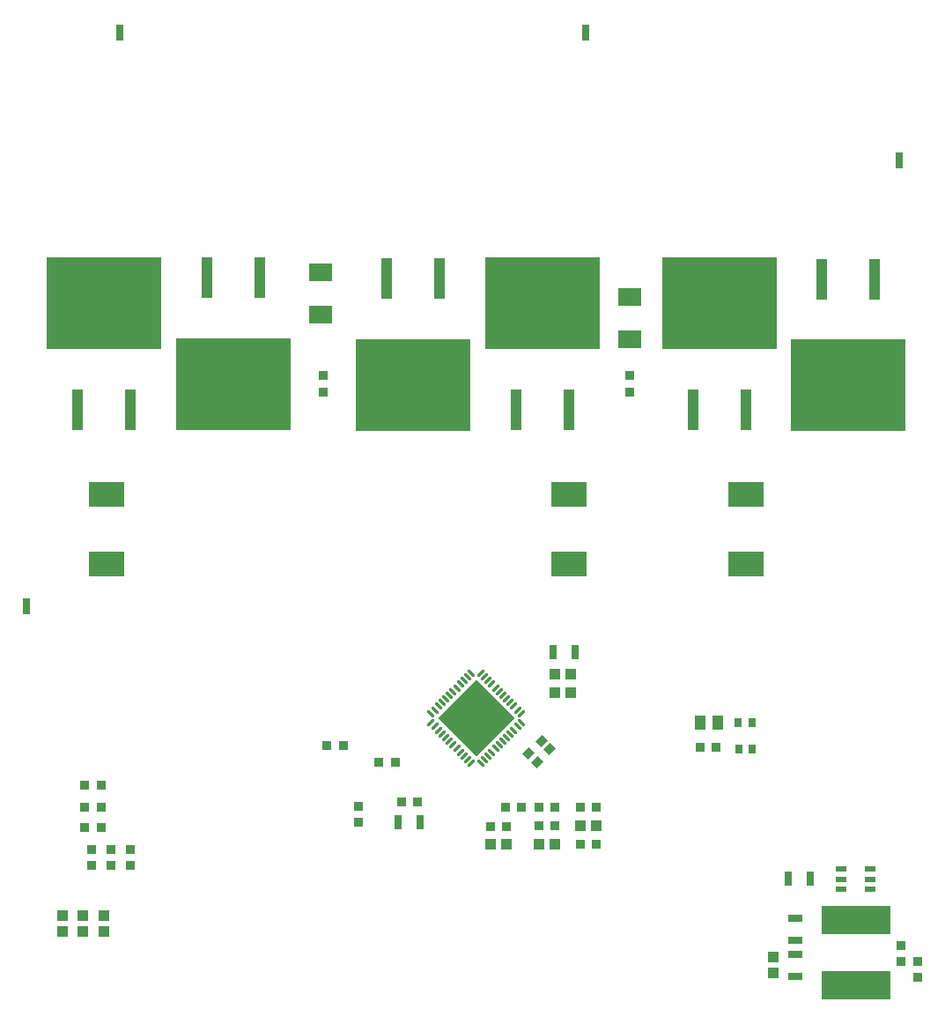
<source format=gbr>
%TF.GenerationSoftware,Altium Limited,Altium Designer,19.0.10 (269)*%
G04 Layer_Color=8421504*
%FSLAX26Y26*%
%MOIN*%
%TF.FileFunction,Paste,Top*%
%TF.Part,Single*%
G01*
G75*
%TA.AperFunction,SMDPad,CuDef*%
G04:AMPARAMS|DCode=10|XSize=33.465mil|YSize=31.496mil|CornerRadius=0mil|HoleSize=0mil|Usage=FLASHONLY|Rotation=225.000|XOffset=0mil|YOffset=0mil|HoleType=Round|Shape=Rectangle|*
%AMROTATEDRECTD10*
4,1,4,0.000696,0.022967,0.022967,0.000696,-0.000696,-0.022967,-0.022967,-0.000696,0.000696,0.022967,0.0*
%
%ADD10ROTATEDRECTD10*%

%ADD11R,0.085000X0.070000*%
%ADD12R,0.033465X0.035433*%
%ADD13R,0.031496X0.062992*%
%ADD14R,0.435039X0.350394*%
%ADD15R,0.041339X0.157480*%
%ADD16R,0.035433X0.033465*%
%ADD17R,0.135827X0.092520*%
%ADD18R,0.260630X0.107087*%
%ADD19R,0.039370X0.023622*%
%ADD20R,0.031496X0.055118*%
%ADD21R,0.055118X0.031496*%
%ADD22R,0.039370X0.039370*%
%ADD23R,0.031496X0.033465*%
%ADD24R,0.041339X0.053150*%
%ADD25R,0.039370X0.039370*%
%ADD26P,0.286740X4X270.0*%
G04:AMPARAMS|DCode=27|XSize=9.842mil|YSize=37.402mil|CornerRadius=0mil|HoleSize=0mil|Usage=FLASHONLY|Rotation=225.000|XOffset=0mil|YOffset=0mil|HoleType=Round|Shape=Round|*
%AMOVALD27*
21,1,0.027559,0.009842,0.000000,0.000000,315.0*
1,1,0.009842,-0.009744,0.009744*
1,1,0.009842,0.009744,-0.009744*
%
%ADD27OVALD27*%

G04:AMPARAMS|DCode=28|XSize=9.842mil|YSize=37.402mil|CornerRadius=0mil|HoleSize=0mil|Usage=FLASHONLY|Rotation=315.000|XOffset=0mil|YOffset=0mil|HoleType=Round|Shape=Round|*
%AMOVALD28*
21,1,0.027559,0.009842,0.000000,0.000000,45.0*
1,1,0.009842,-0.009744,-0.009744*
1,1,0.009842,0.009744,0.009744*
%
%ADD28OVALD28*%

D10*
X231095Y-881095D02*
D03*
X198858Y-848858D02*
D03*
X279095Y-832379D02*
D03*
X246858Y-800141D02*
D03*
D11*
X-588000Y971000D02*
D03*
Y811000D02*
D03*
X580000Y880000D02*
D03*
Y720000D02*
D03*
D12*
X-564024Y-817000D02*
D03*
X-503000D02*
D03*
X846488Y-825000D02*
D03*
X907512D02*
D03*
X171512Y-1050000D02*
D03*
X110488D02*
D03*
X53488Y-1125097D02*
D03*
X114511D02*
D03*
X238433Y-1119960D02*
D03*
X299457D02*
D03*
X299456Y-1050000D02*
D03*
X238433D02*
D03*
X394488Y-1190000D02*
D03*
X455512D02*
D03*
X-367024Y-882000D02*
D03*
X-306000D02*
D03*
X-1419488Y-1127000D02*
D03*
X-1480512D02*
D03*
X-1419488Y-1051000D02*
D03*
X-1480512D02*
D03*
X-1419488Y-968000D02*
D03*
X-1480512D02*
D03*
X394488Y-1050000D02*
D03*
X455512D02*
D03*
X-222488Y-1031061D02*
D03*
X-283512D02*
D03*
D13*
X414000Y1878000D02*
D03*
X-1349000D02*
D03*
X1600000Y1395000D02*
D03*
X-1701000Y-293000D02*
D03*
D14*
X-1410000Y853543D02*
D03*
X-920000Y549000D02*
D03*
X-240000Y546457D02*
D03*
X250000Y853543D02*
D03*
X1408000Y544457D02*
D03*
X920000Y853543D02*
D03*
D15*
X-1310000Y451969D02*
D03*
X-1510000D02*
D03*
X-1020000Y950575D02*
D03*
X-820000D02*
D03*
X-340000Y948032D02*
D03*
X-140000D02*
D03*
X350000Y451969D02*
D03*
X150000D02*
D03*
X1308000Y946032D02*
D03*
X1508000D02*
D03*
X1020000Y451969D02*
D03*
X820000D02*
D03*
D16*
X580000Y580512D02*
D03*
Y519488D02*
D03*
X-580000Y580512D02*
D03*
Y519488D02*
D03*
X1609000Y-1573976D02*
D03*
Y-1635000D02*
D03*
X1673000Y-1634488D02*
D03*
Y-1695512D02*
D03*
X-444000Y-1047488D02*
D03*
Y-1108512D02*
D03*
X-1455505Y-1271512D02*
D03*
Y-1210488D02*
D03*
X-1309000Y-1271512D02*
D03*
Y-1210488D02*
D03*
X-1381000Y-1271024D02*
D03*
Y-1210000D02*
D03*
D17*
X1020000Y-131890D02*
D03*
Y131890D02*
D03*
X-1400000D02*
D03*
Y-131890D02*
D03*
X350000Y131890D02*
D03*
Y-131890D02*
D03*
D18*
X1439000Y-1478181D02*
D03*
Y-1725819D02*
D03*
D19*
X1490134Y-1361402D02*
D03*
Y-1324000D02*
D03*
Y-1286599D02*
D03*
X1381866D02*
D03*
Y-1324000D02*
D03*
Y-1361402D02*
D03*
D20*
X1180661Y-1322000D02*
D03*
X1263339D02*
D03*
X291661Y-464000D02*
D03*
X374339D02*
D03*
X-293677Y-1108000D02*
D03*
X-211000D02*
D03*
D21*
X1208000Y-1472661D02*
D03*
Y-1555339D02*
D03*
X1209000Y-1609661D02*
D03*
Y-1692339D02*
D03*
D22*
X1126000Y-1678000D02*
D03*
Y-1618945D02*
D03*
X-1566000Y-1462000D02*
D03*
Y-1521055D02*
D03*
X-1489000Y-1461945D02*
D03*
Y-1521000D02*
D03*
X-1410000Y-1460945D02*
D03*
Y-1520000D02*
D03*
D23*
X1046000Y-832000D02*
D03*
X994819D02*
D03*
X1043591Y-731000D02*
D03*
X992409D02*
D03*
D24*
X915449Y-730000D02*
D03*
X846551D02*
D03*
D25*
X299000Y-546966D02*
D03*
X358055D02*
D03*
X298473Y-618000D02*
D03*
X357528D02*
D03*
X113528Y-1190000D02*
D03*
X54472D02*
D03*
X298473Y-1189960D02*
D03*
X239417D02*
D03*
X454528Y-1120000D02*
D03*
X395473D02*
D03*
D26*
X0Y-715000D02*
D03*
D27*
X170513Y-732399D02*
D03*
X156594Y-746319D02*
D03*
X142674Y-760238D02*
D03*
X128755Y-774158D02*
D03*
X114835Y-788077D02*
D03*
X100916Y-801996D02*
D03*
X86996Y-815916D02*
D03*
X73077Y-829835D02*
D03*
X59158Y-843755D02*
D03*
X45238Y-857674D02*
D03*
X31319Y-871593D02*
D03*
X17399Y-885513D02*
D03*
X-170513Y-697601D02*
D03*
X-156594Y-683681D02*
D03*
X-142674Y-669762D02*
D03*
X-128755Y-655842D02*
D03*
X-114835Y-641923D02*
D03*
X-100916Y-628004D02*
D03*
X-86996Y-614084D02*
D03*
X-73077Y-600165D02*
D03*
X-59157Y-586245D02*
D03*
X-45238Y-572326D02*
D03*
X-31319Y-558406D02*
D03*
X-17399Y-544487D02*
D03*
D28*
X-17399Y-885513D02*
D03*
X-31319Y-871593D02*
D03*
X-45238Y-857674D02*
D03*
X-59157Y-843755D02*
D03*
X-73077Y-829835D02*
D03*
X-86996Y-815916D02*
D03*
X-100916Y-801996D02*
D03*
X-114835Y-788077D02*
D03*
X-128755Y-774158D02*
D03*
X-142674Y-760238D02*
D03*
X-156594Y-746319D02*
D03*
X-170513Y-732399D02*
D03*
X17399Y-544487D02*
D03*
X31319Y-558406D02*
D03*
X45238Y-572326D02*
D03*
X59158Y-586245D02*
D03*
X73077Y-600165D02*
D03*
X86996Y-614084D02*
D03*
X100916Y-628004D02*
D03*
X114835Y-641923D02*
D03*
X128755Y-655842D02*
D03*
X142674Y-669762D02*
D03*
X156594Y-683681D02*
D03*
X170513Y-697601D02*
D03*
%TF.MD5,6cc923e410267241902452712ef24467*%
M02*

</source>
